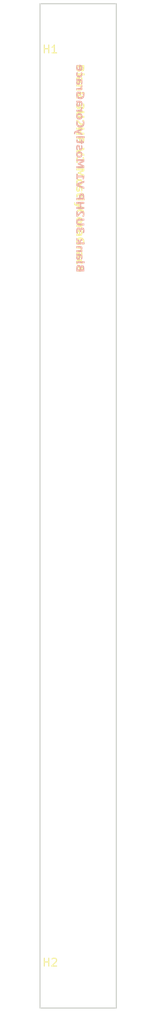
<source format=kicad_pcb>
(kicad_pcb (version 20240108) (generator "pcbnew") (generator_version "8.0")
  (layers (0 "F.Cu" signal) (31 "B.Cu" signal) (34 "B.Paste" user) (35 "F.Paste" user) (36 "B.SilkS" user "B.Silkscreen") (37 "F.SilkS" user "F.Silkscreen") (38 "B.Mask" user) (39 "F.Mask" user) (44 "Edge.Cuts" user))
  (net 0 "")
  (footprint "EXC:MountingHole_3.2mm_M3" (layer "F.Cu") (at 5.08 5.425)
    (property "Reference" "H1" (at -2.667 2.83 0) (layer "F.SilkS") (effects (justify right)))
    (property "Value" "Eurorack_M3_MountingHole")
    (pad "" np_thru_hole oval (at 0 0) (size 4.8 3.2) (drill oval 4.8 3.2) (layers "F&B.Cu" "*.Mask"))
  )
  (footprint "EXC:MountingHole_3.2mm_M3" (layer "F.Cu") (at 5.08 127.925)
    (property "Reference" "H2" (at -2.667 -2.83 0) (layer "F.SilkS") (effects (justify right)))
    (property "Value" "Eurorack_M3_MountingHole")
    (pad "" np_thru_hole oval (at 0 0) (size 4.8 3.2) (drill oval 4.8 3.2) (layers "F&B.Cu" "*.Mask"))
  )
  (gr_rect (start 0 2.425) (end 9.8 130.925) (stroke (width 0.15)) (fill none) (layer "Edge.Cuts"))
  (gr_text "Blank 3U2HP V1 MostlyCoraGrace" (at 5.08 10.16 270) (layer "B.SilkS") (effects (font (size 1 1) (thickness 0.25) (bold yes)) (justify right mirror)))
  (gr_text "Blank 3U2HP V1 MostlyCoraGrace" (at 5.08 10.16 270) (layer "F.SilkS") (effects (font (size 1 1) (thickness 0.25) (bold yes)) (justify left)))
)
</source>
